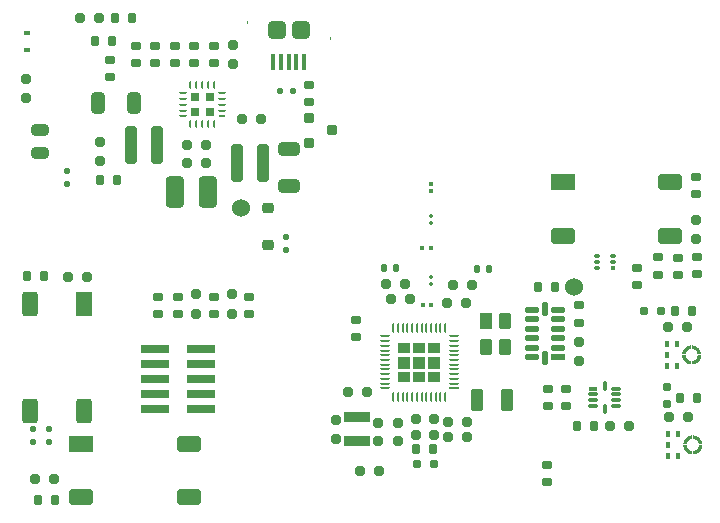
<source format=gtp>
G04*
G04 #@! TF.GenerationSoftware,Altium Limited,Altium Designer,22.9.1 (49)*
G04*
G04 Layer_Color=8421504*
%FSLAX44Y44*%
%MOMM*%
G71*
G04*
G04 #@! TF.SameCoordinates,777D21A2-CDB7-466F-AFFE-F37339BB67B1*
G04*
G04*
G04 #@! TF.FilePolarity,Positive*
G04*
G01*
G75*
%ADD18C,0.0001*%
%ADD19R,0.9940X0.9500*%
%ADD20R,0.9940X0.9000*%
%ADD21R,0.9940X0.9750*%
%ADD22R,0.9940X0.9804*%
%ADD23R,0.7137X0.7129*%
%ADD24R,0.7137X0.7129*%
%ADD25R,0.7186X0.7177*%
G04:AMPARAMS|DCode=26|XSize=0.6mm|YSize=0.5mm|CornerRadius=0.125mm|HoleSize=0mm|Usage=FLASHONLY|Rotation=270.000|XOffset=0mm|YOffset=0mm|HoleType=Round|Shape=RoundedRectangle|*
%AMROUNDEDRECTD26*
21,1,0.6000,0.2500,0,0,270.0*
21,1,0.3500,0.5000,0,0,270.0*
1,1,0.2500,-0.1250,-0.1750*
1,1,0.2500,-0.1250,0.1750*
1,1,0.2500,0.1250,0.1750*
1,1,0.2500,0.1250,-0.1750*
%
%ADD26ROUNDEDRECTD26*%
G04:AMPARAMS|DCode=27|XSize=0.4mm|YSize=0.35mm|CornerRadius=0.0875mm|HoleSize=0mm|Usage=FLASHONLY|Rotation=270.000|XOffset=0mm|YOffset=0mm|HoleType=Round|Shape=RoundedRectangle|*
%AMROUNDEDRECTD27*
21,1,0.4000,0.1750,0,0,270.0*
21,1,0.2250,0.3500,0,0,270.0*
1,1,0.1750,-0.0875,-0.1125*
1,1,0.1750,-0.0875,0.1125*
1,1,0.1750,0.0875,0.1125*
1,1,0.1750,0.0875,-0.1125*
%
%ADD27ROUNDEDRECTD27*%
G04:AMPARAMS|DCode=28|XSize=0.3mm|YSize=0.3mm|CornerRadius=0.075mm|HoleSize=0mm|Usage=FLASHONLY|Rotation=180.000|XOffset=0mm|YOffset=0mm|HoleType=Round|Shape=RoundedRectangle|*
%AMROUNDEDRECTD28*
21,1,0.3000,0.1500,0,0,180.0*
21,1,0.1500,0.3000,0,0,180.0*
1,1,0.1500,-0.0750,0.0750*
1,1,0.1500,0.0750,0.0750*
1,1,0.1500,0.0750,-0.0750*
1,1,0.1500,-0.0750,-0.0750*
%
%ADD28ROUNDEDRECTD28*%
G04:AMPARAMS|DCode=29|XSize=0.35mm|YSize=0.4mm|CornerRadius=0.0875mm|HoleSize=0mm|Usage=FLASHONLY|Rotation=90.000|XOffset=0mm|YOffset=0mm|HoleType=Round|Shape=RoundedRectangle|*
%AMROUNDEDRECTD29*
21,1,0.3500,0.2250,0,0,90.0*
21,1,0.1750,0.4000,0,0,90.0*
1,1,0.1750,0.1125,0.0875*
1,1,0.1750,0.1125,-0.0875*
1,1,0.1750,-0.1125,-0.0875*
1,1,0.1750,-0.1125,0.0875*
%
%ADD29ROUNDEDRECTD29*%
G04:AMPARAMS|DCode=30|XSize=0.4mm|YSize=0.35mm|CornerRadius=0.0875mm|HoleSize=0mm|Usage=FLASHONLY|Rotation=180.000|XOffset=0mm|YOffset=0mm|HoleType=Round|Shape=RoundedRectangle|*
%AMROUNDEDRECTD30*
21,1,0.4000,0.1750,0,0,180.0*
21,1,0.2250,0.3500,0,0,180.0*
1,1,0.1750,-0.1125,0.0875*
1,1,0.1750,0.1125,0.0875*
1,1,0.1750,0.1125,-0.0875*
1,1,0.1750,-0.1125,-0.0875*
%
%ADD30ROUNDEDRECTD30*%
G04:AMPARAMS|DCode=31|XSize=1.45mm|YSize=0.95mm|CornerRadius=0.2375mm|HoleSize=0mm|Usage=FLASHONLY|Rotation=0.000|XOffset=0mm|YOffset=0mm|HoleType=Round|Shape=RoundedRectangle|*
%AMROUNDEDRECTD31*
21,1,1.4500,0.4750,0,0,0.0*
21,1,0.9750,0.9500,0,0,0.0*
1,1,0.4750,0.4875,-0.2375*
1,1,0.4750,-0.4875,-0.2375*
1,1,0.4750,-0.4875,0.2375*
1,1,0.4750,0.4875,0.2375*
%
%ADD31ROUNDEDRECTD31*%
G04:AMPARAMS|DCode=32|XSize=0.8mm|YSize=0.8mm|CornerRadius=0.2mm|HoleSize=0mm|Usage=FLASHONLY|Rotation=0.000|XOffset=0mm|YOffset=0mm|HoleType=Round|Shape=RoundedRectangle|*
%AMROUNDEDRECTD32*
21,1,0.8000,0.4000,0,0,0.0*
21,1,0.4000,0.8000,0,0,0.0*
1,1,0.4000,0.2000,-0.2000*
1,1,0.4000,-0.2000,-0.2000*
1,1,0.4000,-0.2000,0.2000*
1,1,0.4000,0.2000,0.2000*
%
%ADD32ROUNDEDRECTD32*%
%ADD33R,2.2000X0.8500*%
G04:AMPARAMS|DCode=34|XSize=0.8mm|YSize=0.8mm|CornerRadius=0.2mm|HoleSize=0mm|Usage=FLASHONLY|Rotation=90.000|XOffset=0mm|YOffset=0mm|HoleType=Round|Shape=RoundedRectangle|*
%AMROUNDEDRECTD34*
21,1,0.8000,0.4000,0,0,90.0*
21,1,0.4000,0.8000,0,0,90.0*
1,1,0.4000,0.2000,0.2000*
1,1,0.4000,0.2000,-0.2000*
1,1,0.4000,-0.2000,-0.2000*
1,1,0.4000,-0.2000,0.2000*
%
%ADD34ROUNDEDRECTD34*%
G04:AMPARAMS|DCode=35|XSize=1.1176mm|YSize=1.8034mm|CornerRadius=0.2794mm|HoleSize=0mm|Usage=FLASHONLY|Rotation=90.000|XOffset=0mm|YOffset=0mm|HoleType=Round|Shape=RoundedRectangle|*
%AMROUNDEDRECTD35*
21,1,1.1176,1.2446,0,0,90.0*
21,1,0.5588,1.8034,0,0,90.0*
1,1,0.5588,0.6223,0.2794*
1,1,0.5588,0.6223,-0.2794*
1,1,0.5588,-0.6223,-0.2794*
1,1,0.5588,-0.6223,0.2794*
%
%ADD35ROUNDEDRECTD35*%
G04:AMPARAMS|DCode=36|XSize=1.1176mm|YSize=1.803mm|CornerRadius=0.2794mm|HoleSize=0mm|Usage=FLASHONLY|Rotation=90.000|XOffset=0mm|YOffset=0mm|HoleType=Round|Shape=RoundedRectangle|*
%AMROUNDEDRECTD36*
21,1,1.1176,1.2442,0,0,90.0*
21,1,0.5588,1.8030,0,0,90.0*
1,1,0.5588,0.6221,0.2794*
1,1,0.5588,0.6221,-0.2794*
1,1,0.5588,-0.6221,-0.2794*
1,1,0.5588,-0.6221,0.2794*
%
%ADD36ROUNDEDRECTD36*%
G04:AMPARAMS|DCode=37|XSize=1.1176mm|YSize=1.8034mm|CornerRadius=0.2794mm|HoleSize=0mm|Usage=FLASHONLY|Rotation=180.000|XOffset=0mm|YOffset=0mm|HoleType=Round|Shape=RoundedRectangle|*
%AMROUNDEDRECTD37*
21,1,1.1176,1.2446,0,0,180.0*
21,1,0.5588,1.8034,0,0,180.0*
1,1,0.5588,-0.2794,0.6223*
1,1,0.5588,0.2794,0.6223*
1,1,0.5588,0.2794,-0.6223*
1,1,0.5588,-0.2794,-0.6223*
%
%ADD37ROUNDEDRECTD37*%
G04:AMPARAMS|DCode=38|XSize=1.1176mm|YSize=1.803mm|CornerRadius=0.2794mm|HoleSize=0mm|Usage=FLASHONLY|Rotation=180.000|XOffset=0mm|YOffset=0mm|HoleType=Round|Shape=RoundedRectangle|*
%AMROUNDEDRECTD38*
21,1,1.1176,1.2442,0,0,180.0*
21,1,0.5588,1.8030,0,0,180.0*
1,1,0.5588,-0.2794,0.6221*
1,1,0.5588,0.2794,0.6221*
1,1,0.5588,0.2794,-0.6221*
1,1,0.5588,-0.2794,-0.6221*
%
%ADD38ROUNDEDRECTD38*%
G04:AMPARAMS|DCode=39|XSize=2.7mm|YSize=1.6mm|CornerRadius=0.4mm|HoleSize=0mm|Usage=FLASHONLY|Rotation=270.000|XOffset=0mm|YOffset=0mm|HoleType=Round|Shape=RoundedRectangle|*
%AMROUNDEDRECTD39*
21,1,2.7000,0.8000,0,0,270.0*
21,1,1.9000,1.6000,0,0,270.0*
1,1,0.8000,-0.4000,-0.9500*
1,1,0.8000,-0.4000,0.9500*
1,1,0.8000,0.4000,0.9500*
1,1,0.8000,0.4000,-0.9500*
%
%ADD39ROUNDEDRECTD39*%
G04:AMPARAMS|DCode=40|XSize=0.95mm|YSize=0.9mm|CornerRadius=0.225mm|HoleSize=0mm|Usage=FLASHONLY|Rotation=0.000|XOffset=0mm|YOffset=0mm|HoleType=Round|Shape=RoundedRectangle|*
%AMROUNDEDRECTD40*
21,1,0.9500,0.4500,0,0,0.0*
21,1,0.5000,0.9000,0,0,0.0*
1,1,0.4500,0.2500,-0.2250*
1,1,0.4500,-0.2500,-0.2250*
1,1,0.4500,-0.2500,0.2250*
1,1,0.4500,0.2500,0.2250*
%
%ADD40ROUNDEDRECTD40*%
G04:AMPARAMS|DCode=41|XSize=0.5mm|YSize=0.4mm|CornerRadius=0.1mm|HoleSize=0mm|Usage=FLASHONLY|Rotation=180.000|XOffset=0mm|YOffset=0mm|HoleType=Round|Shape=RoundedRectangle|*
%AMROUNDEDRECTD41*
21,1,0.5000,0.2000,0,0,180.0*
21,1,0.3000,0.4000,0,0,180.0*
1,1,0.2000,-0.1500,0.1000*
1,1,0.2000,0.1500,0.1000*
1,1,0.2000,0.1500,-0.1000*
1,1,0.2000,-0.1500,-0.1000*
%
%ADD41ROUNDEDRECTD41*%
G04:AMPARAMS|DCode=42|XSize=0.45mm|YSize=0.5mm|CornerRadius=0.1125mm|HoleSize=0mm|Usage=FLASHONLY|Rotation=270.000|XOffset=0mm|YOffset=0mm|HoleType=Round|Shape=RoundedRectangle|*
%AMROUNDEDRECTD42*
21,1,0.4500,0.2750,0,0,270.0*
21,1,0.2250,0.5000,0,0,270.0*
1,1,0.2250,-0.1375,-0.1125*
1,1,0.2250,-0.1375,0.1125*
1,1,0.2250,0.1375,0.1125*
1,1,0.2250,0.1375,-0.1125*
%
%ADD42ROUNDEDRECTD42*%
G04:AMPARAMS|DCode=43|XSize=0.45mm|YSize=0.5mm|CornerRadius=0.1125mm|HoleSize=0mm|Usage=FLASHONLY|Rotation=0.000|XOffset=0mm|YOffset=0mm|HoleType=Round|Shape=RoundedRectangle|*
%AMROUNDEDRECTD43*
21,1,0.4500,0.2750,0,0,0.0*
21,1,0.2250,0.5000,0,0,0.0*
1,1,0.2250,0.1125,-0.1375*
1,1,0.2250,-0.1125,-0.1375*
1,1,0.2250,-0.1125,0.1375*
1,1,0.2250,0.1125,0.1375*
%
%ADD43ROUNDEDRECTD43*%
G04:AMPARAMS|DCode=44|XSize=1.5mm|YSize=1.55mm|CornerRadius=0.375mm|HoleSize=0mm|Usage=FLASHONLY|Rotation=180.000|XOffset=0mm|YOffset=0mm|HoleType=Round|Shape=RoundedRectangle|*
%AMROUNDEDRECTD44*
21,1,1.5000,0.8000,0,0,180.0*
21,1,0.7500,1.5500,0,0,180.0*
1,1,0.7500,-0.3750,0.4000*
1,1,0.7500,0.3750,0.4000*
1,1,0.7500,0.3750,-0.4000*
1,1,0.7500,-0.3750,-0.4000*
%
%ADD44ROUNDEDRECTD44*%
G04:AMPARAMS|DCode=45|XSize=0.4mm|YSize=1.35mm|CornerRadius=0.1mm|HoleSize=0mm|Usage=FLASHONLY|Rotation=180.000|XOffset=0mm|YOffset=0mm|HoleType=Round|Shape=RoundedRectangle|*
%AMROUNDEDRECTD45*
21,1,0.4000,1.1500,0,0,180.0*
21,1,0.2000,1.3500,0,0,180.0*
1,1,0.2000,-0.1000,0.5750*
1,1,0.2000,0.1000,0.5750*
1,1,0.2000,0.1000,-0.5750*
1,1,0.2000,-0.1000,-0.5750*
%
%ADD45ROUNDEDRECTD45*%
%ADD46R,2.4000X0.7600*%
G04:AMPARAMS|DCode=47|XSize=0.76mm|YSize=2.4mm|CornerRadius=0.19mm|HoleSize=0mm|Usage=FLASHONLY|Rotation=270.000|XOffset=0mm|YOffset=0mm|HoleType=Round|Shape=RoundedRectangle|*
%AMROUNDEDRECTD47*
21,1,0.7600,2.0200,0,0,270.0*
21,1,0.3800,2.4000,0,0,270.0*
1,1,0.3800,-1.0100,-0.1900*
1,1,0.3800,-1.0100,0.1900*
1,1,0.3800,1.0100,0.1900*
1,1,0.3800,1.0100,-0.1900*
%
%ADD47ROUNDEDRECTD47*%
G04:AMPARAMS|DCode=48|XSize=0.7mm|YSize=0.74mm|CornerRadius=0.175mm|HoleSize=0mm|Usage=FLASHONLY|Rotation=90.000|XOffset=0mm|YOffset=0mm|HoleType=Round|Shape=RoundedRectangle|*
%AMROUNDEDRECTD48*
21,1,0.7000,0.3900,0,0,90.0*
21,1,0.3500,0.7400,0,0,90.0*
1,1,0.3500,0.1950,0.1750*
1,1,0.3500,0.1950,-0.1750*
1,1,0.3500,-0.1950,-0.1750*
1,1,0.3500,-0.1950,0.1750*
%
%ADD48ROUNDEDRECTD48*%
G04:AMPARAMS|DCode=49|XSize=3.2mm|YSize=1mm|CornerRadius=0.25mm|HoleSize=0mm|Usage=FLASHONLY|Rotation=270.000|XOffset=0mm|YOffset=0mm|HoleType=Round|Shape=RoundedRectangle|*
%AMROUNDEDRECTD49*
21,1,3.2000,0.5000,0,0,270.0*
21,1,2.7000,1.0000,0,0,270.0*
1,1,0.5000,-0.2500,-1.3500*
1,1,0.5000,-0.2500,1.3500*
1,1,0.5000,0.2500,1.3500*
1,1,0.5000,0.2500,-1.3500*
%
%ADD49ROUNDEDRECTD49*%
G04:AMPARAMS|DCode=50|XSize=0.7mm|YSize=0.74mm|CornerRadius=0.175mm|HoleSize=0mm|Usage=FLASHONLY|Rotation=0.000|XOffset=0mm|YOffset=0mm|HoleType=Round|Shape=RoundedRectangle|*
%AMROUNDEDRECTD50*
21,1,0.7000,0.3900,0,0,0.0*
21,1,0.3500,0.7400,0,0,0.0*
1,1,0.3500,0.1750,-0.1950*
1,1,0.3500,-0.1750,-0.1950*
1,1,0.3500,-0.1750,0.1950*
1,1,0.3500,0.1750,0.1950*
%
%ADD50ROUNDEDRECTD50*%
G04:AMPARAMS|DCode=51|XSize=0.9mm|YSize=0.65mm|CornerRadius=0.1625mm|HoleSize=0mm|Usage=FLASHONLY|Rotation=180.000|XOffset=0mm|YOffset=0mm|HoleType=Round|Shape=RoundedRectangle|*
%AMROUNDEDRECTD51*
21,1,0.9000,0.3250,0,0,180.0*
21,1,0.5750,0.6500,0,0,180.0*
1,1,0.3250,-0.2875,0.1625*
1,1,0.3250,0.2875,0.1625*
1,1,0.3250,0.2875,-0.1625*
1,1,0.3250,-0.2875,-0.1625*
%
%ADD51ROUNDEDRECTD51*%
G04:AMPARAMS|DCode=52|XSize=0.9mm|YSize=0.65mm|CornerRadius=0.1625mm|HoleSize=0mm|Usage=FLASHONLY|Rotation=270.000|XOffset=0mm|YOffset=0mm|HoleType=Round|Shape=RoundedRectangle|*
%AMROUNDEDRECTD52*
21,1,0.9000,0.3250,0,0,270.0*
21,1,0.5750,0.6500,0,0,270.0*
1,1,0.3250,-0.1625,-0.2875*
1,1,0.3250,-0.1625,0.2875*
1,1,0.3250,0.1625,0.2875*
1,1,0.3250,0.1625,-0.2875*
%
%ADD52ROUNDEDRECTD52*%
%ADD53R,2.1000X1.4000*%
G04:AMPARAMS|DCode=54|XSize=2.1mm|YSize=1.4mm|CornerRadius=0.35mm|HoleSize=0mm|Usage=FLASHONLY|Rotation=0.000|XOffset=0mm|YOffset=0mm|HoleType=Round|Shape=RoundedRectangle|*
%AMROUNDEDRECTD54*
21,1,2.1000,0.7000,0,0,0.0*
21,1,1.4000,1.4000,0,0,0.0*
1,1,0.7000,0.7000,-0.3500*
1,1,0.7000,-0.7000,-0.3500*
1,1,0.7000,-0.7000,0.3500*
1,1,0.7000,0.7000,0.3500*
%
%ADD54ROUNDEDRECTD54*%
%ADD55R,1.4000X2.1000*%
G04:AMPARAMS|DCode=56|XSize=2.1mm|YSize=1.4mm|CornerRadius=0.35mm|HoleSize=0mm|Usage=FLASHONLY|Rotation=270.000|XOffset=0mm|YOffset=0mm|HoleType=Round|Shape=RoundedRectangle|*
%AMROUNDEDRECTD56*
21,1,2.1000,0.7000,0,0,270.0*
21,1,1.4000,1.4000,0,0,270.0*
1,1,0.7000,-0.3500,-0.7000*
1,1,0.7000,-0.3500,0.7000*
1,1,0.7000,0.3500,0.7000*
1,1,0.7000,0.3500,-0.7000*
%
%ADD56ROUNDEDRECTD56*%
%ADD57C,1.5240*%
G04:AMPARAMS|DCode=58|XSize=0.22mm|YSize=0.86mm|CornerRadius=0.055mm|HoleSize=0mm|Usage=FLASHONLY|Rotation=180.000|XOffset=0mm|YOffset=0mm|HoleType=Round|Shape=RoundedRectangle|*
%AMROUNDEDRECTD58*
21,1,0.2200,0.7500,0,0,180.0*
21,1,0.1100,0.8600,0,0,180.0*
1,1,0.1100,-0.0550,0.3750*
1,1,0.1100,0.0550,0.3750*
1,1,0.1100,0.0550,-0.3750*
1,1,0.1100,-0.0550,-0.3750*
%
%ADD58ROUNDEDRECTD58*%
G04:AMPARAMS|DCode=59|XSize=0.22mm|YSize=0.86mm|CornerRadius=0.055mm|HoleSize=0mm|Usage=FLASHONLY|Rotation=270.000|XOffset=0mm|YOffset=0mm|HoleType=Round|Shape=RoundedRectangle|*
%AMROUNDEDRECTD59*
21,1,0.2200,0.7500,0,0,270.0*
21,1,0.1100,0.8600,0,0,270.0*
1,1,0.1100,-0.3750,-0.0550*
1,1,0.1100,-0.3750,0.0550*
1,1,0.1100,0.3750,0.0550*
1,1,0.1100,0.3750,-0.0550*
%
%ADD59ROUNDEDRECTD59*%
%ADD60R,0.8600X0.2200*%
G04:AMPARAMS|DCode=61|XSize=0.24mm|YSize=0.6mm|CornerRadius=0.06mm|HoleSize=0mm|Usage=FLASHONLY|Rotation=180.000|XOffset=0mm|YOffset=0mm|HoleType=Round|Shape=RoundedRectangle|*
%AMROUNDEDRECTD61*
21,1,0.2400,0.4800,0,0,180.0*
21,1,0.1200,0.6000,0,0,180.0*
1,1,0.1200,-0.0600,0.2400*
1,1,0.1200,0.0600,0.2400*
1,1,0.1200,0.0600,-0.2400*
1,1,0.1200,-0.0600,-0.2400*
%
%ADD61ROUNDEDRECTD61*%
G04:AMPARAMS|DCode=62|XSize=0.24mm|YSize=0.6mm|CornerRadius=0.06mm|HoleSize=0mm|Usage=FLASHONLY|Rotation=270.000|XOffset=0mm|YOffset=0mm|HoleType=Round|Shape=RoundedRectangle|*
%AMROUNDEDRECTD62*
21,1,0.2400,0.4800,0,0,270.0*
21,1,0.1200,0.6000,0,0,270.0*
1,1,0.1200,-0.2400,-0.0600*
1,1,0.1200,-0.2400,0.0600*
1,1,0.1200,0.2400,0.0600*
1,1,0.1200,0.2400,-0.0600*
%
%ADD62ROUNDEDRECTD62*%
%ADD63R,0.6000X0.2400*%
G04:AMPARAMS|DCode=64|XSize=0.8mm|YSize=0.9mm|CornerRadius=0.2mm|HoleSize=0mm|Usage=FLASHONLY|Rotation=90.000|XOffset=0mm|YOffset=0mm|HoleType=Round|Shape=RoundedRectangle|*
%AMROUNDEDRECTD64*
21,1,0.8000,0.5000,0,0,90.0*
21,1,0.4000,0.9000,0,0,90.0*
1,1,0.4000,0.2500,0.2000*
1,1,0.4000,0.2500,-0.2000*
1,1,0.4000,-0.2500,-0.2000*
1,1,0.4000,-0.2500,0.2000*
%
%ADD64ROUNDEDRECTD64*%
G04:AMPARAMS|DCode=65|XSize=0.55mm|YSize=1.145mm|CornerRadius=0.1375mm|HoleSize=0mm|Usage=FLASHONLY|Rotation=180.000|XOffset=0mm|YOffset=0mm|HoleType=Round|Shape=RoundedRectangle|*
%AMROUNDEDRECTD65*
21,1,0.5500,0.8700,0,0,180.0*
21,1,0.2750,1.1450,0,0,180.0*
1,1,0.2750,-0.1375,0.4350*
1,1,0.2750,0.1375,0.4350*
1,1,0.2750,0.1375,-0.4350*
1,1,0.2750,-0.1375,-0.4350*
%
%ADD65ROUNDEDRECTD65*%
G04:AMPARAMS|DCode=66|XSize=0.55mm|YSize=1.145mm|CornerRadius=0.1375mm|HoleSize=0mm|Usage=FLASHONLY|Rotation=270.000|XOffset=0mm|YOffset=0mm|HoleType=Round|Shape=RoundedRectangle|*
%AMROUNDEDRECTD66*
21,1,0.5500,0.8700,0,0,270.0*
21,1,0.2750,1.1450,0,0,270.0*
1,1,0.2750,-0.4350,-0.1375*
1,1,0.2750,-0.4350,0.1375*
1,1,0.2750,0.4350,0.1375*
1,1,0.2750,0.4350,-0.1375*
%
%ADD66ROUNDEDRECTD66*%
%ADD67R,1.1450X0.5500*%
G04:AMPARAMS|DCode=68|XSize=0.3mm|YSize=0.8mm|CornerRadius=0.075mm|HoleSize=0mm|Usage=FLASHONLY|Rotation=0.000|XOffset=0mm|YOffset=0mm|HoleType=Round|Shape=RoundedRectangle|*
%AMROUNDEDRECTD68*
21,1,0.3000,0.6500,0,0,0.0*
21,1,0.1500,0.8000,0,0,0.0*
1,1,0.1500,0.0750,-0.3250*
1,1,0.1500,-0.0750,-0.3250*
1,1,0.1500,-0.0750,0.3250*
1,1,0.1500,0.0750,0.3250*
%
%ADD68ROUNDEDRECTD68*%
G04:AMPARAMS|DCode=69|XSize=0.3mm|YSize=0.8mm|CornerRadius=0.075mm|HoleSize=0mm|Usage=FLASHONLY|Rotation=90.000|XOffset=0mm|YOffset=0mm|HoleType=Round|Shape=RoundedRectangle|*
%AMROUNDEDRECTD69*
21,1,0.3000,0.6500,0,0,90.0*
21,1,0.1500,0.8000,0,0,90.0*
1,1,0.1500,0.3250,0.0750*
1,1,0.1500,0.3250,-0.0750*
1,1,0.1500,-0.3250,-0.0750*
1,1,0.1500,-0.3250,0.0750*
%
%ADD69ROUNDEDRECTD69*%
%ADD70R,0.8000X0.3000*%
G04:AMPARAMS|DCode=71|XSize=0.5mm|YSize=0.422mm|CornerRadius=0.0805mm|HoleSize=0mm|Usage=FLASHONLY|Rotation=90.000|XOffset=0mm|YOffset=0mm|HoleType=Round|Shape=RoundedRectangle|*
%AMROUNDEDRECTD71*
21,1,0.5000,0.2610,0,0,90.0*
21,1,0.3390,0.4220,0,0,90.0*
1,1,0.1610,0.1305,0.1695*
1,1,0.1610,0.1305,-0.1695*
1,1,0.1610,-0.1305,-0.1695*
1,1,0.1610,-0.1305,0.1695*
%
%ADD71ROUNDEDRECTD71*%
%ADD72R,0.4220X0.5000*%
%ADD73R,0.4500X0.3000*%
G04:AMPARAMS|DCode=74|XSize=0.3mm|YSize=0.45mm|CornerRadius=0.075mm|HoleSize=0mm|Usage=FLASHONLY|Rotation=270.000|XOffset=0mm|YOffset=0mm|HoleType=Round|Shape=RoundedRectangle|*
%AMROUNDEDRECTD74*
21,1,0.3000,0.3000,0,0,270.0*
21,1,0.1500,0.4500,0,0,270.0*
1,1,0.1500,-0.1500,-0.0750*
1,1,0.1500,-0.1500,0.0750*
1,1,0.1500,0.1500,0.0750*
1,1,0.1500,0.1500,-0.0750*
%
%ADD74ROUNDEDRECTD74*%
G04:AMPARAMS|DCode=75|XSize=1.1mm|YSize=1.9mm|CornerRadius=0.275mm|HoleSize=0mm|Usage=FLASHONLY|Rotation=0.000|XOffset=0mm|YOffset=0mm|HoleType=Round|Shape=RoundedRectangle|*
%AMROUNDEDRECTD75*
21,1,1.1000,1.3500,0,0,0.0*
21,1,0.5500,1.9000,0,0,0.0*
1,1,0.5500,0.2750,-0.6750*
1,1,0.5500,-0.2750,-0.6750*
1,1,0.5500,-0.2750,0.6750*
1,1,0.5500,0.2750,0.6750*
%
%ADD75ROUNDEDRECTD75*%
%ADD76R,1.1000X1.4000*%
G04:AMPARAMS|DCode=77|XSize=1.4mm|YSize=1.1mm|CornerRadius=0.275mm|HoleSize=0mm|Usage=FLASHONLY|Rotation=270.000|XOffset=0mm|YOffset=0mm|HoleType=Round|Shape=RoundedRectangle|*
%AMROUNDEDRECTD77*
21,1,1.4000,0.5500,0,0,270.0*
21,1,0.8500,1.1000,0,0,270.0*
1,1,0.5500,-0.2750,-0.4250*
1,1,0.5500,-0.2750,0.4250*
1,1,0.5500,0.2750,0.4250*
1,1,0.5500,0.2750,-0.4250*
%
%ADD77ROUNDEDRECTD77*%
G36*
X568989Y62925D02*
X569009Y62715D01*
X569049Y62475D01*
X569099Y62245D01*
X569159Y62015D01*
X569229Y61795D01*
X569309Y61565D01*
X569399Y61345D01*
X569499Y61135D01*
X569609Y60925D01*
X569729Y60725D01*
X569859Y60525D01*
X569989Y60325D01*
X570139Y60145D01*
X570299Y59965D01*
X570459Y59795D01*
X570629Y59635D01*
X570809Y59475D01*
X570989Y59325D01*
X571189Y59195D01*
X571389Y59065D01*
X571589Y58945D01*
X571799Y58835D01*
X572009Y58735D01*
X572229Y58645D01*
X572459Y58565D01*
X572679Y58495D01*
X572909Y58435D01*
X573139Y58385D01*
X573379Y58345D01*
X573589Y58325D01*
Y55325D01*
X573199Y55355D01*
X572819Y55405D01*
X572429Y55475D01*
X572049Y55555D01*
X571669Y55665D01*
X571289Y55785D01*
X570929Y55935D01*
X570569Y56095D01*
X570219Y56265D01*
X569879Y56465D01*
X569549Y56675D01*
X569219Y56895D01*
X568909Y57145D01*
X568619Y57395D01*
X568329Y57665D01*
X568059Y57955D01*
X567809Y58245D01*
X567559Y58555D01*
X567339Y58885D01*
X567129Y59215D01*
X566929Y59555D01*
X566759Y59905D01*
X566599Y60265D01*
X566449Y60625D01*
X566329Y61005D01*
X566219Y61385D01*
X566139Y61765D01*
X566069Y62155D01*
X566019Y62535D01*
X565989Y62925D01*
X568989D01*
D02*
G37*
G36*
X574752Y58328D02*
X574992Y58368D01*
X575222Y58418D01*
X575452Y58478D01*
X575672Y58548D01*
X575902Y58628D01*
X576122Y58718D01*
X576332Y58818D01*
X576542Y58928D01*
X576742Y59048D01*
X576942Y59178D01*
X577142Y59308D01*
X577322Y59458D01*
X577502Y59618D01*
X577672Y59778D01*
X577832Y59948D01*
X577992Y60128D01*
X578142Y60308D01*
X578272Y60508D01*
X578402Y60708D01*
X578522Y60908D01*
X578632Y61118D01*
X578732Y61328D01*
X578822Y61548D01*
X578902Y61778D01*
X578972Y61998D01*
X579032Y62228D01*
X579082Y62458D01*
X579122Y62698D01*
X579142Y62908D01*
X582142D01*
X582112Y62518D01*
X582062Y62138D01*
X581992Y61748D01*
X581912Y61368D01*
X581802Y60988D01*
X581682Y60608D01*
X581532Y60248D01*
X581372Y59888D01*
X581202Y59538D01*
X581002Y59198D01*
X580792Y58868D01*
X580572Y58538D01*
X580322Y58228D01*
X580072Y57938D01*
X579802Y57648D01*
X579512Y57378D01*
X579222Y57128D01*
X578912Y56878D01*
X578582Y56658D01*
X578252Y56448D01*
X577912Y56248D01*
X577562Y56078D01*
X577202Y55918D01*
X576842Y55768D01*
X576462Y55648D01*
X576082Y55538D01*
X575702Y55458D01*
X575312Y55388D01*
X574932Y55338D01*
X574542Y55308D01*
Y58308D01*
X574752Y58328D01*
D02*
G37*
G36*
X566024Y64266D02*
X566074Y64646D01*
X566144Y65036D01*
X566224Y65416D01*
X566334Y65796D01*
X566454Y66176D01*
X566604Y66536D01*
X566764Y66896D01*
X566934Y67246D01*
X567134Y67586D01*
X567344Y67916D01*
X567564Y68246D01*
X567814Y68556D01*
X568064Y68846D01*
X568334Y69136D01*
X568624Y69406D01*
X568914Y69656D01*
X569224Y69906D01*
X569554Y70126D01*
X569884Y70336D01*
X570224Y70536D01*
X570574Y70706D01*
X570934Y70866D01*
X571294Y71016D01*
X571674Y71136D01*
X572054Y71246D01*
X572434Y71326D01*
X572824Y71396D01*
X573204Y71446D01*
X573594Y71476D01*
Y68476D01*
X573384Y68456D01*
X573144Y68416D01*
X572914Y68366D01*
X572684Y68306D01*
X572464Y68236D01*
X572234Y68156D01*
X572014Y68066D01*
X571804Y67966D01*
X571594Y67856D01*
X571394Y67736D01*
X571194Y67606D01*
X570994Y67476D01*
X570814Y67326D01*
X570634Y67166D01*
X570464Y67006D01*
X570304Y66836D01*
X570144Y66656D01*
X569994Y66476D01*
X569864Y66276D01*
X569734Y66076D01*
X569614Y65876D01*
X569504Y65666D01*
X569404Y65456D01*
X569314Y65236D01*
X569234Y65006D01*
X569164Y64786D01*
X569104Y64556D01*
X569054Y64326D01*
X569014Y64086D01*
X568994Y63876D01*
X565994D01*
X566024Y64266D01*
D02*
G37*
G36*
X574929Y71462D02*
X575309Y71412D01*
X575699Y71342D01*
X576079Y71262D01*
X576459Y71152D01*
X576839Y71032D01*
X577199Y70882D01*
X577559Y70722D01*
X577909Y70552D01*
X578249Y70352D01*
X578579Y70142D01*
X578909Y69922D01*
X579219Y69672D01*
X579509Y69422D01*
X579799Y69152D01*
X580069Y68862D01*
X580319Y68572D01*
X580569Y68262D01*
X580789Y67932D01*
X580999Y67602D01*
X581199Y67262D01*
X581369Y66912D01*
X581529Y66552D01*
X581679Y66192D01*
X581799Y65812D01*
X581909Y65432D01*
X581989Y65052D01*
X582059Y64662D01*
X582109Y64282D01*
X582139Y63892D01*
X579139D01*
X579119Y64102D01*
X579079Y64342D01*
X579029Y64572D01*
X578969Y64802D01*
X578899Y65022D01*
X578819Y65252D01*
X578729Y65472D01*
X578629Y65682D01*
X578519Y65892D01*
X578399Y66092D01*
X578269Y66292D01*
X578139Y66492D01*
X577989Y66672D01*
X577829Y66852D01*
X577669Y67022D01*
X577499Y67182D01*
X577319Y67342D01*
X577139Y67492D01*
X576939Y67622D01*
X576739Y67752D01*
X576539Y67872D01*
X576329Y67982D01*
X576119Y68082D01*
X575899Y68172D01*
X575669Y68252D01*
X575449Y68322D01*
X575219Y68382D01*
X574989Y68432D01*
X574749Y68472D01*
X574539Y68492D01*
Y71492D01*
X574929Y71462D01*
D02*
G37*
G36*
X567973Y139125D02*
X567993Y138915D01*
X568033Y138675D01*
X568083Y138445D01*
X568143Y138215D01*
X568213Y137995D01*
X568293Y137765D01*
X568383Y137545D01*
X568483Y137335D01*
X568593Y137125D01*
X568713Y136925D01*
X568843Y136725D01*
X568973Y136525D01*
X569123Y136345D01*
X569283Y136165D01*
X569443Y135995D01*
X569613Y135835D01*
X569793Y135675D01*
X569973Y135525D01*
X570173Y135395D01*
X570373Y135265D01*
X570573Y135145D01*
X570783Y135035D01*
X570993Y134935D01*
X571213Y134845D01*
X571443Y134765D01*
X571663Y134695D01*
X571893Y134635D01*
X572123Y134585D01*
X572363Y134545D01*
X572573Y134525D01*
Y131525D01*
X572183Y131555D01*
X571803Y131605D01*
X571413Y131675D01*
X571033Y131755D01*
X570653Y131865D01*
X570273Y131985D01*
X569913Y132135D01*
X569553Y132295D01*
X569203Y132465D01*
X568863Y132665D01*
X568533Y132875D01*
X568203Y133095D01*
X567893Y133345D01*
X567603Y133595D01*
X567313Y133865D01*
X567043Y134155D01*
X566793Y134445D01*
X566543Y134755D01*
X566323Y135085D01*
X566113Y135415D01*
X565913Y135755D01*
X565743Y136105D01*
X565583Y136465D01*
X565433Y136825D01*
X565313Y137205D01*
X565203Y137585D01*
X565123Y137965D01*
X565053Y138355D01*
X565003Y138735D01*
X564973Y139125D01*
X567973D01*
D02*
G37*
G36*
X573736Y134528D02*
X573976Y134568D01*
X574206Y134618D01*
X574436Y134678D01*
X574656Y134748D01*
X574886Y134828D01*
X575106Y134918D01*
X575316Y135018D01*
X575526Y135128D01*
X575726Y135248D01*
X575926Y135378D01*
X576126Y135508D01*
X576306Y135658D01*
X576486Y135818D01*
X576656Y135978D01*
X576816Y136148D01*
X576976Y136328D01*
X577126Y136508D01*
X577256Y136708D01*
X577386Y136908D01*
X577506Y137108D01*
X577616Y137318D01*
X577716Y137528D01*
X577806Y137748D01*
X577886Y137978D01*
X577956Y138198D01*
X578016Y138428D01*
X578066Y138658D01*
X578106Y138898D01*
X578126Y139108D01*
X581126D01*
X581096Y138718D01*
X581046Y138338D01*
X580976Y137948D01*
X580896Y137568D01*
X580786Y137188D01*
X580666Y136808D01*
X580516Y136448D01*
X580356Y136088D01*
X580186Y135738D01*
X579986Y135398D01*
X579776Y135068D01*
X579556Y134738D01*
X579306Y134428D01*
X579056Y134138D01*
X578786Y133848D01*
X578496Y133578D01*
X578206Y133328D01*
X577896Y133078D01*
X577566Y132858D01*
X577236Y132648D01*
X576896Y132448D01*
X576546Y132278D01*
X576186Y132118D01*
X575826Y131968D01*
X575446Y131848D01*
X575066Y131738D01*
X574686Y131658D01*
X574296Y131588D01*
X573916Y131538D01*
X573526Y131508D01*
Y134508D01*
X573736Y134528D01*
D02*
G37*
G36*
X565008Y140466D02*
X565058Y140846D01*
X565128Y141236D01*
X565208Y141616D01*
X565318Y141996D01*
X565438Y142376D01*
X565588Y142736D01*
X565748Y143096D01*
X565918Y143446D01*
X566118Y143786D01*
X566328Y144116D01*
X566548Y144446D01*
X566798Y144756D01*
X567048Y145046D01*
X567318Y145336D01*
X567608Y145606D01*
X567898Y145856D01*
X568208Y146106D01*
X568538Y146326D01*
X568868Y146536D01*
X569208Y146736D01*
X569558Y146906D01*
X569918Y147066D01*
X570278Y147216D01*
X570658Y147336D01*
X571038Y147446D01*
X571418Y147526D01*
X571808Y147596D01*
X572188Y147646D01*
X572578Y147676D01*
Y144676D01*
X572368Y144656D01*
X572128Y144616D01*
X571898Y144566D01*
X571668Y144506D01*
X571448Y144436D01*
X571218Y144356D01*
X570998Y144266D01*
X570788Y144166D01*
X570578Y144056D01*
X570378Y143936D01*
X570178Y143806D01*
X569978Y143676D01*
X569798Y143526D01*
X569618Y143366D01*
X569448Y143206D01*
X569288Y143036D01*
X569128Y142856D01*
X568978Y142676D01*
X568848Y142476D01*
X568718Y142276D01*
X568598Y142076D01*
X568488Y141866D01*
X568388Y141656D01*
X568298Y141436D01*
X568218Y141206D01*
X568148Y140986D01*
X568088Y140756D01*
X568038Y140526D01*
X567998Y140286D01*
X567978Y140076D01*
X564978D01*
X565008Y140466D01*
D02*
G37*
G36*
X573913Y147662D02*
X574293Y147612D01*
X574683Y147542D01*
X575063Y147462D01*
X575443Y147352D01*
X575823Y147232D01*
X576183Y147082D01*
X576543Y146922D01*
X576893Y146752D01*
X577233Y146552D01*
X577563Y146342D01*
X577893Y146122D01*
X578203Y145872D01*
X578493Y145622D01*
X578783Y145352D01*
X579053Y145062D01*
X579303Y144772D01*
X579553Y144462D01*
X579773Y144132D01*
X579983Y143802D01*
X580183Y143462D01*
X580353Y143112D01*
X580513Y142752D01*
X580663Y142392D01*
X580783Y142012D01*
X580893Y141632D01*
X580973Y141252D01*
X581043Y140862D01*
X581093Y140482D01*
X581123Y140092D01*
X578123D01*
X578103Y140302D01*
X578063Y140542D01*
X578013Y140772D01*
X577953Y141002D01*
X577883Y141222D01*
X577803Y141452D01*
X577713Y141672D01*
X577613Y141882D01*
X577503Y142092D01*
X577383Y142292D01*
X577253Y142492D01*
X577123Y142692D01*
X576973Y142872D01*
X576813Y143052D01*
X576653Y143222D01*
X576483Y143382D01*
X576303Y143542D01*
X576123Y143692D01*
X575923Y143822D01*
X575723Y143952D01*
X575523Y144072D01*
X575313Y144182D01*
X575103Y144282D01*
X574883Y144372D01*
X574653Y144452D01*
X574433Y144522D01*
X574203Y144582D01*
X573973Y144632D01*
X573733Y144672D01*
X573523Y144692D01*
Y147692D01*
X573913Y147662D01*
D02*
G37*
D18*
X197010Y420350D02*
Y422050D01*
X267010Y406650D02*
Y408350D01*
D19*
X355204Y145816D02*
D03*
X342574D02*
D03*
D20*
X329574Y145870D02*
D03*
X329483Y120693D02*
D03*
X342154D02*
D03*
X355177D02*
D03*
D21*
X329644Y132941D02*
D03*
D22*
X342274Y132914D02*
D03*
X355274D02*
D03*
D23*
X152373Y345168D02*
D03*
X165047D02*
D03*
D24*
Y357851D02*
D03*
D25*
X152373Y357828D02*
D03*
D26*
X401240Y212090D02*
D03*
X391240D02*
D03*
X312500Y213360D02*
D03*
X322500D02*
D03*
D27*
X345924Y182069D02*
D03*
X352424D02*
D03*
D28*
Y199828D02*
D03*
Y205828D02*
D03*
Y251138D02*
D03*
Y257138D02*
D03*
D29*
Y229880D02*
D03*
X344734Y229881D02*
D03*
D30*
X352424Y284682D02*
D03*
Y278182D02*
D03*
D31*
X21590Y310290D02*
D03*
Y329790D02*
D03*
D32*
X9348Y373454D02*
D03*
Y357454D02*
D03*
X576834Y253872D02*
D03*
Y237872D02*
D03*
X324358Y82294D02*
D03*
Y66294D02*
D03*
X307848Y66294D02*
D03*
Y82294D02*
D03*
X271780Y68200D02*
D03*
Y84200D02*
D03*
X185116Y386156D02*
D03*
Y402156D02*
D03*
X477774Y134494D02*
D03*
Y150494D02*
D03*
X72340Y303356D02*
D03*
Y319856D02*
D03*
X183642Y190876D02*
D03*
Y174376D02*
D03*
X153670Y191130D02*
D03*
Y174630D02*
D03*
D33*
X290048Y66609D02*
D03*
Y87109D02*
D03*
D34*
X308482Y40894D02*
D03*
X292482D02*
D03*
X297814Y108204D02*
D03*
X281814D02*
D03*
X366650Y82550D02*
D03*
X382650D02*
D03*
X382650Y69850D02*
D03*
X366650D02*
D03*
X370714Y198374D02*
D03*
X386714D02*
D03*
X365634Y183134D02*
D03*
X381634D02*
D03*
X330580Y199390D02*
D03*
X314580D02*
D03*
X334390Y186690D02*
D03*
X318390D02*
D03*
X145620Y302356D02*
D03*
X161620D02*
D03*
X145620Y317596D02*
D03*
X161620D02*
D03*
X208284Y338972D02*
D03*
X192284D02*
D03*
X339346Y71628D02*
D03*
X355346D02*
D03*
X520064Y79456D02*
D03*
X504064D02*
D03*
X553720Y87376D02*
D03*
X569720D02*
D03*
X552990Y162890D02*
D03*
X568990D02*
D03*
X61340Y205740D02*
D03*
X45340D02*
D03*
X32892Y34290D02*
D03*
X16892D02*
D03*
X339346Y85090D02*
D03*
X355346D02*
D03*
X71446Y424996D02*
D03*
X54946D02*
D03*
D35*
X232410Y313944D02*
D03*
D36*
Y282956D02*
D03*
D37*
X70308Y353262D02*
D03*
D38*
X101296D02*
D03*
D39*
X163810Y277570D02*
D03*
X135810D02*
D03*
D40*
X214630Y263910D02*
D03*
Y232410D02*
D03*
D41*
X10160Y412130D02*
D03*
Y398130D02*
D03*
D42*
X224370Y363220D02*
D03*
X235370D02*
D03*
D43*
X229870Y228180D02*
D03*
Y239180D02*
D03*
X44450Y295060D02*
D03*
Y284060D02*
D03*
X29210Y65620D02*
D03*
Y76620D02*
D03*
X15240Y65620D02*
D03*
Y76620D02*
D03*
D44*
X222010Y414350D02*
D03*
X242010D02*
D03*
D45*
X219010Y387350D02*
D03*
X225510D02*
D03*
X232010D02*
D03*
X238510D02*
D03*
X245010D02*
D03*
D46*
X118930Y144780D02*
D03*
D47*
X157930D02*
D03*
X118930Y132080D02*
D03*
X157930D02*
D03*
X118930Y119380D02*
D03*
X157930D02*
D03*
X118930Y106680D02*
D03*
X157930D02*
D03*
X118930Y93980D02*
D03*
X157930D02*
D03*
D48*
X340730Y46990D02*
D03*
X355230D02*
D03*
X532500Y176530D02*
D03*
X547000D02*
D03*
D49*
X210340Y301954D02*
D03*
X188340D02*
D03*
X120678Y317194D02*
D03*
X98678D02*
D03*
D50*
X552450Y112660D02*
D03*
Y98160D02*
D03*
D51*
X576834Y275906D02*
D03*
Y290406D02*
D03*
X248920Y367930D02*
D03*
Y353430D02*
D03*
X466344Y110836D02*
D03*
Y96336D02*
D03*
X451477Y110711D02*
D03*
Y96211D02*
D03*
X152096Y386504D02*
D03*
Y401004D02*
D03*
X135332Y386504D02*
D03*
Y401004D02*
D03*
X118822Y386504D02*
D03*
Y401004D02*
D03*
X81026Y374766D02*
D03*
Y389266D02*
D03*
X168606Y400898D02*
D03*
Y386398D02*
D03*
X102312Y401004D02*
D03*
Y386504D02*
D03*
X477774Y181494D02*
D03*
Y166994D02*
D03*
X450850Y31612D02*
D03*
Y46112D02*
D03*
X526542Y213498D02*
D03*
Y198998D02*
D03*
X561340Y221880D02*
D03*
Y207380D02*
D03*
X544830Y207634D02*
D03*
Y222134D02*
D03*
X577578Y207850D02*
D03*
Y222350D02*
D03*
X121666Y188860D02*
D03*
Y174360D02*
D03*
X289052Y169302D02*
D03*
Y154802D02*
D03*
X138176Y188860D02*
D03*
Y174360D02*
D03*
X198628Y173852D02*
D03*
Y188352D02*
D03*
X168656Y174106D02*
D03*
Y188606D02*
D03*
D52*
X353960Y59690D02*
D03*
X339460D02*
D03*
X71744Y288036D02*
D03*
X86244D02*
D03*
X82180Y405130D02*
D03*
X67680D02*
D03*
X85156Y424996D02*
D03*
X99656D02*
D03*
X457084Y197104D02*
D03*
X442584D02*
D03*
X490104Y79456D02*
D03*
X475604D02*
D03*
X562980Y102870D02*
D03*
X577480D02*
D03*
X559170Y176530D02*
D03*
X573670D02*
D03*
X10276Y206502D02*
D03*
X24776D02*
D03*
X33920Y16764D02*
D03*
X19420D02*
D03*
D53*
X463770Y285640D02*
D03*
X56354Y64406D02*
D03*
D54*
X554770Y285640D02*
D03*
X463770Y240140D02*
D03*
X554770D02*
D03*
X147354Y64406D02*
D03*
X56354Y18906D02*
D03*
X147354D02*
D03*
D55*
X58564Y182914D02*
D03*
D56*
Y91914D02*
D03*
X13064Y182914D02*
D03*
Y91914D02*
D03*
D57*
X191770Y264160D02*
D03*
X473202Y197358D02*
D03*
D58*
X364424Y162666D02*
D03*
X360424D02*
D03*
X356424D02*
D03*
X352424D02*
D03*
X348424D02*
D03*
X344424D02*
D03*
X340424D02*
D03*
X336424D02*
D03*
X332424D02*
D03*
X364424Y103966D02*
D03*
X360424D02*
D03*
X356424D02*
D03*
X352424D02*
D03*
X348424D02*
D03*
X344424D02*
D03*
X340424D02*
D03*
X336424D02*
D03*
X332424D02*
D03*
X328424D02*
D03*
Y162666D02*
D03*
X324424D02*
D03*
X320424D02*
D03*
X324424Y103966D02*
D03*
X320424D02*
D03*
D59*
X371774Y155316D02*
D03*
Y151316D02*
D03*
Y147316D02*
D03*
Y143316D02*
D03*
Y139316D02*
D03*
Y135316D02*
D03*
Y131316D02*
D03*
Y127316D02*
D03*
Y123316D02*
D03*
Y119316D02*
D03*
Y115316D02*
D03*
X313074Y155316D02*
D03*
Y151316D02*
D03*
Y147316D02*
D03*
Y143316D02*
D03*
Y139316D02*
D03*
Y135316D02*
D03*
Y131316D02*
D03*
Y127316D02*
D03*
Y123316D02*
D03*
Y119316D02*
D03*
Y115316D02*
D03*
Y111316D02*
D03*
D60*
X371774D02*
D03*
D61*
X168710Y335010D02*
D03*
X163710D02*
D03*
X158710D02*
D03*
X153710D02*
D03*
X148710D02*
D03*
Y368010D02*
D03*
X153710D02*
D03*
X158710D02*
D03*
X163710D02*
D03*
X168710D02*
D03*
D62*
X142210Y341510D02*
D03*
Y346510D02*
D03*
Y351510D02*
D03*
Y356510D02*
D03*
Y361510D02*
D03*
X175210D02*
D03*
Y356510D02*
D03*
Y351510D02*
D03*
Y346510D02*
D03*
D63*
Y341510D02*
D03*
D64*
X248920Y340360D02*
D03*
Y319360D02*
D03*
X268920Y329860D02*
D03*
D65*
X448564Y136759D02*
D03*
Y178709D02*
D03*
D66*
X437589Y137734D02*
D03*
Y145734D02*
D03*
Y153734D02*
D03*
Y161734D02*
D03*
Y169734D02*
D03*
Y177734D02*
D03*
X459539D02*
D03*
Y169734D02*
D03*
Y161734D02*
D03*
Y153734D02*
D03*
Y145734D02*
D03*
D67*
Y137734D02*
D03*
D68*
X499364Y113086D02*
D03*
Y94086D02*
D03*
D69*
X508864Y111086D02*
D03*
Y106086D02*
D03*
Y101086D02*
D03*
Y96086D02*
D03*
X489864D02*
D03*
Y101086D02*
D03*
Y106086D02*
D03*
D70*
Y111086D02*
D03*
D71*
X561546Y54400D02*
D03*
X553326Y63400D02*
D03*
Y72400D02*
D03*
X561546D02*
D03*
X560530Y130600D02*
D03*
X552310Y139600D02*
D03*
Y148600D02*
D03*
X560530D02*
D03*
D72*
X553326Y54400D02*
D03*
X552310Y130600D02*
D03*
D73*
X506368Y213186D02*
D03*
D74*
Y218186D02*
D03*
Y223186D02*
D03*
X492868D02*
D03*
Y218186D02*
D03*
Y213186D02*
D03*
D75*
X416360Y101600D02*
D03*
X391360D02*
D03*
D76*
X399034Y168656D02*
D03*
D77*
Y146656D02*
D03*
X415034D02*
D03*
Y168656D02*
D03*
M02*

</source>
